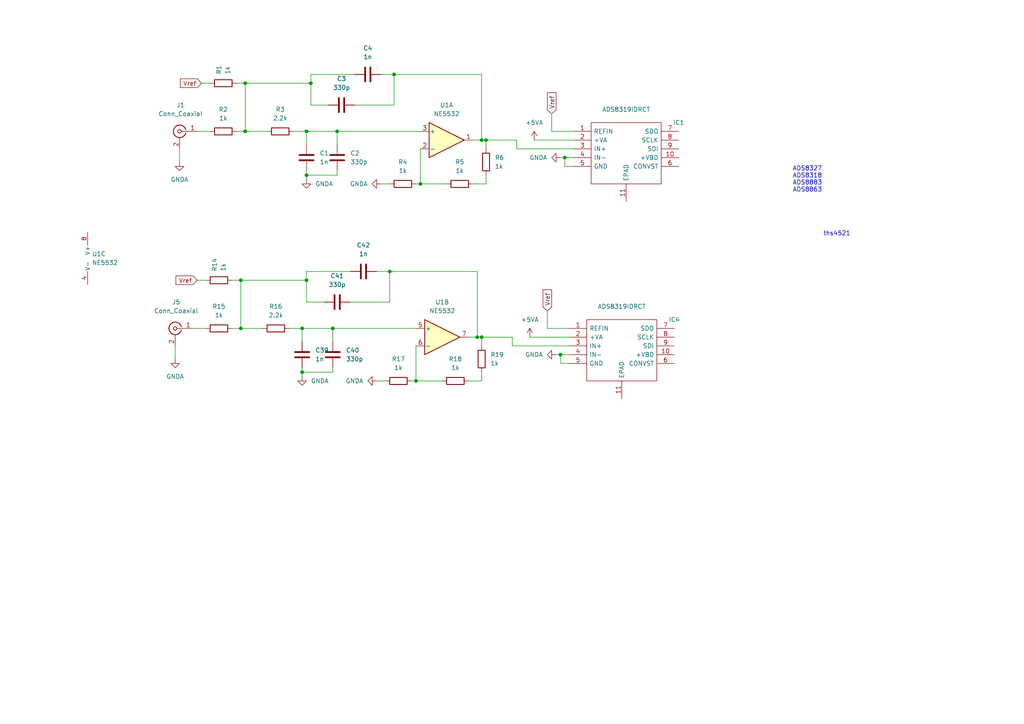
<source format=kicad_sch>
(kicad_sch (version 20211123) (generator eeschema)
  (paper "A4")
  (lib_symbols
    (symbol "Amplifier_Operational:NE5532" (pin_names (offset 0.127))
      (property "Reference" "U" (at 0 5.08 0))
      (property "Value" "NE5532" (at 0 -5.08 0))
      (symbol "NE5532_1_1"
        (polyline (pts (xy -5.08 5.08) (xy 5.08 0) (xy -5.08 -5.08) (xy -5.08 5.08)) (stroke (width 0.254)) (fill (type background)))
        (pin output line (at 7.62 0 180) (length 2.54) (name "~") (number "1"))
        (pin input line (at -7.62 -2.54 0) (length 2.54) (name "-") (number "2"))
        (pin input line (at -7.62 2.54 0) (length 2.54) (name "+") (number "3"))
      )
      (symbol "NE5532_2_1"
        (polyline (pts (xy -5.08 5.08) (xy 5.08 0) (xy -5.08 -5.08) (xy -5.08 5.08)) (stroke (width 0.254)) (fill (type background)))
        (pin input line (at -7.62 2.54 0) (length 2.54) (name "+") (number "5"))
        (pin input line (at -7.62 -2.54 0) (length 2.54) (name "-") (number "6"))
        (pin output line (at 7.62 0 180) (length 2.54) (name "~") (number "7"))
      )
      (symbol "NE5532_3_1"
        (pin power_in line (at -2.54 -7.62 90) (length 3.81) (name "V-") (number "4"))
        (pin power_in line (at -2.54 7.62 270) (length 3.81) (name "V+") (number "8"))
      )
    )
    (symbol "Connector:Conn_Coaxial" (pin_names (offset 1.016) hide)
      (property "Reference" "J" (at 0.254 3.048 0))
      (property "Value" "Conn_Coaxial" (at 2.921 0 90))
      (symbol "Conn_Coaxial_0_1"
        (arc (start -1.778 -0.508) (mid 0.2311 -1.8066) (end 1.778 0) (stroke (width 0.254)))
        (polyline (pts (xy -2.54 0) (xy -0.508 0)))
        (polyline (pts (xy 0 -2.54) (xy 0 -1.778)))
        (circle (center 0 0) (radius 0.508) (stroke (width 0.2032)))
        (arc (start 1.778 0) (mid 0.2099 1.8101) (end -1.778 0.508) (stroke (width 0.254)))
      )
      (symbol "Conn_Coaxial_1_1"
        (pin passive line (at -5.08 0 0) (length 2.54) (name "In") (number "1"))
        (pin passive line (at 0 -5.08 90) (length 2.54) (name "Ext") (number "2"))
      )
    )
    (symbol "Device:C" (pin_numbers hide) (pin_names (offset 0.254))
      (property "Reference" "C" (at 0.635 2.54 0))
      (property "Value" "C" (at 0.635 -2.54 0))
      (symbol "C_0_1"
        (polyline (pts (xy -2.032 -0.762) (xy 2.032 -0.762)) (stroke (width 0.508)))
        (polyline (pts (xy -2.032 0.762) (xy 2.032 0.762)) (stroke (width 0.508)))
      )
      (symbol "C_1_1"
        (pin passive line (at 0 3.81 270) (length 2.794) (name "~") (number "1"))
        (pin passive line (at 0 -3.81 90) (length 2.794) (name "~") (number "2"))
      )
    )
    (symbol "Device:R" (pin_numbers hide) (pin_names (offset 0))
      (property "Reference" "R" (at 2.032 0 90))
      (property "Value" "R" (at 0 0 90))
      (symbol "R_0_1"
        (rectangle (start -1.016 -2.54) (end 1.016 2.54) (stroke (width 0.254)))
      )
      (symbol "R_1_1"
        (pin passive line (at 0 3.81 270) (length 1.27) (name "~") (number "1"))
        (pin passive line (at 0 -3.81 90) (length 1.27) (name "~") (number "2"))
      )
    )
    (symbol "HanzhenCustomLib:ADS8319IDRCT" (pin_names (offset 0.762))
      (property "Reference" "U" (at -2.54 0 0))
      (property "Value" "ADS8319IDRCT" (at 21.59 -10.16 0))
      (symbol "ADS8319IDRCT_0_0"
        (pin passive line (at -15.24 5.08 0) (length 5.08) (name "REFIN") (number "1"))
        (pin passive line (at 15.24 -2.54 180) (length 5.08) (name "+VBD") (number "10"))
        (pin passive line (at 0 -15.24 90) (length 5.08) (name "EPAD") (number "11"))
        (pin passive line (at -15.24 2.54 0) (length 5.08) (name "+VA") (number "2"))
        (pin passive line (at -15.24 0 0) (length 5.08) (name "IN+") (number "3"))
        (pin passive line (at -15.24 -2.54 0) (length 5.08) (name "IN-") (number "4"))
        (pin passive line (at -15.24 -5.08 0) (length 5.08) (name "GND") (number "5"))
        (pin passive line (at 15.24 -5.08 180) (length 5.08) (name "CONVST") (number "6"))
        (pin passive line (at 15.24 5.08 180) (length 5.08) (name "SDO") (number "7"))
        (pin passive line (at 15.24 2.54 180) (length 5.08) (name "SCLK") (number "8"))
        (pin passive line (at 15.24 0 180) (length 5.08) (name "SDI") (number "9"))
      )
      (symbol "ADS8319IDRCT_0_1"
        (polyline (pts (xy -10.16 7.62) (xy 10.16 7.62) (xy 10.16 -10.16) (xy -10.16 -10.16) (xy -10.16 7.62)) (stroke (width 0.1524)))
      )
    )
    (symbol "power:+5VA" (power) (pin_names (offset 0))
      (property "Value" "+5VA" (at 0 3.556 0))
      (symbol "+5VA_0_1"
        (polyline (pts (xy -0.762 1.27) (xy 0 2.54)))
        (polyline (pts (xy 0 0) (xy 0 2.54)))
        (polyline (pts (xy 0 2.54) (xy 0.762 1.27)))
      )
      (symbol "+5VA_1_1"
        (pin power_in line (at 0 0 90) (length 0) hide (name "+5VA") (number "1"))
      )
    )
    (symbol "power:GNDA" (power) (pin_names (offset 0))
      (property "Value" "GNDA" (at 0 -3.81 0))
      (symbol "GNDA_0_1"
        (polyline (pts (xy 0 0) (xy 0 -1.27) (xy 1.27 -1.27) (xy 0 -2.54) (xy -1.27 -1.27) (xy 0 -1.27)))
      )
      (symbol "GNDA_1_1"
        (pin power_in line (at 0 0 270) (length 0) hide (name "GNDA") (number "1"))
      )
    )
  )
  (junction (at 96.52 95.25))
  (junction (at 162.56 102.87))
  (junction (at 87.63 107.95))
  (junction (at 87.63 95.25))
  (junction (at 139.7 40.64))
  (junction (at 163.83 45.72))
  (junction (at 121.92 53.34))
  (junction (at 90.17 24.13))
  (junction (at 114.3 21.59))
  (junction (at 69.85 81.28))
  (junction (at 138.43 97.79))
  (junction (at 139.7 97.79))
  (junction (at 120.65 110.49))
  (junction (at 69.85 95.25))
  (junction (at 88.9 38.1))
  (junction (at 113.03 78.74))
  (junction (at 88.9 81.28))
  (junction (at 140.97 40.64))
  (junction (at 71.12 38.1))
  (junction (at 97.79 38.1))
  (junction (at 71.12 24.13))
  (junction (at 88.9 50.8))
  (wire (pts (xy 69.85 81.28) (xy 67.31 81.28)))
  (wire (pts (xy 140.97 53.34) (xy 140.97 50.8)))
  (wire (pts (xy 110.49 21.59) (xy 114.3 21.59)))
  (wire (pts (xy 67.31 95.25) (xy 69.85 95.25)))
  (wire (pts (xy 149.86 40.64) (xy 149.86 43.18)))
  (wire (pts (xy 83.82 95.25) (xy 87.63 95.25)))
  (wire (pts (xy 114.3 21.59) (xy 139.7 21.59)))
  (wire (pts (xy 120.65 110.49) (xy 119.38 110.49)))
  (wire (pts (xy 97.79 50.8) (xy 88.9 50.8)))
  (wire (pts (xy 96.52 107.95) (xy 87.63 107.95)))
  (wire (pts (xy 113.03 53.34) (xy 110.49 53.34)))
  (wire (pts (xy 162.56 105.41) (xy 165.1 105.41)))
  (wire (pts (xy 121.92 43.18) (xy 121.92 53.34)))
  (wire (pts (xy 90.17 24.13) (xy 90.17 21.59)))
  (wire (pts (xy 139.7 40.64) (xy 140.97 40.64)))
  (wire (pts (xy 88.9 78.74) (xy 101.6 78.74)))
  (wire (pts (xy 139.7 97.79) (xy 148.59 97.79)))
  (wire (pts (xy 88.9 41.91) (xy 88.9 38.1)))
  (wire (pts (xy 138.43 78.74) (xy 138.43 97.79)))
  (wire (pts (xy 113.03 78.74) (xy 138.43 78.74)))
  (wire (pts (xy 158.75 95.25) (xy 165.1 95.25)))
  (wire (pts (xy 96.52 95.25) (xy 96.52 99.06)))
  (wire (pts (xy 138.43 97.79) (xy 139.7 97.79)))
  (wire (pts (xy 113.03 87.63) (xy 113.03 78.74)))
  (wire (pts (xy 139.7 100.33) (xy 139.7 97.79)))
  (wire (pts (xy 135.89 110.49) (xy 139.7 110.49)))
  (wire (pts (xy 88.9 52.07) (xy 88.9 50.8)))
  (wire (pts (xy 163.83 45.72) (xy 163.83 48.26)))
  (wire (pts (xy 88.9 50.8) (xy 88.9 49.53)))
  (wire (pts (xy 163.83 45.72) (xy 166.37 45.72)))
  (wire (pts (xy 135.89 97.79) (xy 138.43 97.79)))
  (wire (pts (xy 52.07 43.18) (xy 52.07 46.99)))
  (wire (pts (xy 71.12 24.13) (xy 68.58 24.13)))
  (wire (pts (xy 88.9 81.28) (xy 88.9 78.74)))
  (wire (pts (xy 114.3 30.48) (xy 114.3 21.59)))
  (wire (pts (xy 166.37 40.64) (xy 154.94 40.64)))
  (wire (pts (xy 160.02 33.02) (xy 160.02 38.1)))
  (wire (pts (xy 97.79 38.1) (xy 97.79 41.91)))
  (wire (pts (xy 139.7 21.59) (xy 139.7 40.64)))
  (wire (pts (xy 111.76 110.49) (xy 109.22 110.49)))
  (wire (pts (xy 120.65 110.49) (xy 128.27 110.49)))
  (wire (pts (xy 109.22 78.74) (xy 113.03 78.74)))
  (wire (pts (xy 96.52 106.68) (xy 96.52 107.95)))
  (wire (pts (xy 59.69 81.28) (xy 57.15 81.28)))
  (wire (pts (xy 69.85 81.28) (xy 88.9 81.28)))
  (wire (pts (xy 121.92 53.34) (xy 120.65 53.34)))
  (wire (pts (xy 120.65 100.33) (xy 120.65 110.49)))
  (wire (pts (xy 60.96 24.13) (xy 58.42 24.13)))
  (wire (pts (xy 90.17 21.59) (xy 102.87 21.59)))
  (wire (pts (xy 50.8 100.33) (xy 50.8 104.14)))
  (wire (pts (xy 163.83 48.26) (xy 166.37 48.26)))
  (wire (pts (xy 90.17 30.48) (xy 95.25 30.48)))
  (wire (pts (xy 97.79 38.1) (xy 121.92 38.1)))
  (wire (pts (xy 97.79 49.53) (xy 97.79 50.8)))
  (wire (pts (xy 69.85 95.25) (xy 76.2 95.25)))
  (wire (pts (xy 158.75 90.17) (xy 158.75 95.25)))
  (wire (pts (xy 149.86 43.18) (xy 166.37 43.18)))
  (wire (pts (xy 137.16 40.64) (xy 139.7 40.64)))
  (wire (pts (xy 101.6 87.63) (xy 113.03 87.63)))
  (wire (pts (xy 165.1 97.79) (xy 153.67 97.79)))
  (wire (pts (xy 55.88 95.25) (xy 59.69 95.25)))
  (wire (pts (xy 69.85 81.28) (xy 69.85 95.25)))
  (wire (pts (xy 87.63 95.25) (xy 96.52 95.25)))
  (wire (pts (xy 140.97 43.18) (xy 140.97 40.64)))
  (wire (pts (xy 87.63 107.95) (xy 87.63 106.68)))
  (wire (pts (xy 87.63 99.06) (xy 87.63 95.25)))
  (wire (pts (xy 162.56 102.87) (xy 162.56 105.41)))
  (wire (pts (xy 90.17 24.13) (xy 90.17 30.48)))
  (wire (pts (xy 121.92 53.34) (xy 129.54 53.34)))
  (wire (pts (xy 137.16 53.34) (xy 140.97 53.34)))
  (wire (pts (xy 88.9 38.1) (xy 97.79 38.1)))
  (wire (pts (xy 71.12 38.1) (xy 77.47 38.1)))
  (wire (pts (xy 102.87 30.48) (xy 114.3 30.48)))
  (wire (pts (xy 96.52 95.25) (xy 120.65 95.25)))
  (wire (pts (xy 87.63 109.22) (xy 87.63 107.95)))
  (wire (pts (xy 139.7 110.49) (xy 139.7 107.95)))
  (wire (pts (xy 88.9 87.63) (xy 93.98 87.63)))
  (wire (pts (xy 88.9 81.28) (xy 88.9 87.63)))
  (wire (pts (xy 161.29 102.87) (xy 162.56 102.87)))
  (wire (pts (xy 85.09 38.1) (xy 88.9 38.1)))
  (wire (pts (xy 148.59 100.33) (xy 165.1 100.33)))
  (wire (pts (xy 162.56 102.87) (xy 165.1 102.87)))
  (wire (pts (xy 57.15 38.1) (xy 60.96 38.1)))
  (wire (pts (xy 68.58 38.1) (xy 71.12 38.1)))
  (wire (pts (xy 140.97 40.64) (xy 149.86 40.64)))
  (wire (pts (xy 71.12 24.13) (xy 71.12 38.1)))
  (wire (pts (xy 160.02 38.1) (xy 166.37 38.1)))
  (wire (pts (xy 71.12 24.13) (xy 90.17 24.13)))
  (wire (pts (xy 148.59 97.79) (xy 148.59 100.33)))
  (wire (pts (xy 162.56 45.72) (xy 163.83 45.72)))
  (text "ths4521\n" (at 238.76 68.58 0) (effects (font (size 1.27 1.27)) (justify left bottom)))
  (text "ADS8327 \nADS8318 \nADS8883\nADS8863\n" (at 229.87 55.88 0) (effects (font (size 1.27 1.27)) (justify left bottom)))
  (global_label "Vref" (shape input) (at 160.02 33.02 90) (property "Intersheet References" "${INTERSHEET_REFS}" (effects hide)))
  (global_label "Vref" (shape input) (at 58.42 24.13 180) (property "Intersheet References" "${INTERSHEET_REFS}" (effects hide)))
  (global_label "Vref" (shape input) (at 57.15 81.28 180) (property "Intersheet References" "${INTERSHEET_REFS}" (effects hide)))
  (global_label "Vref" (shape input) (at 158.75 90.17 90) (property "Intersheet References" "${INTERSHEET_REFS}" (effects hide)))
  (symbol (lib_id "Amplifier_Operational:NE5532") (at 129.54 40.64 0) (unit 1)
    (property "Reference" "U1" (at 129.54 30.48 0))
    (property "Value" "NE5532" (at 129.54 33.02 0))
    (property "Footprint" "Package_SO:SOIC-8_3.9x4.9mm_P1.27mm" (effects hide))
    (property "Datasheet" "http://www.ti.com/lit/ds/symlink/ne5532.pdf" (effects hide))
  )
  (symbol (lib_id "Device:C") (at 88.9 45.72 0) (unit 1)
    (property "Reference" "C1" (at 92.71 44.4499 0) (effects (justify left)))
    (property "Value" "1n" (at 92.71 46.9899 0) (effects (justify left)))
    (property "Footprint" "Capacitor_SMD:C_0805_2012Metric" (effects hide))
  )
  (symbol (lib_id "Device:C") (at 96.52 102.87 0) (unit 1)
    (property "Reference" "C40" (at 100.33 101.5999 0) (effects (justify left)))
    (property "Value" "330p" (at 100.33 104.1399 0) (effects (justify left)))
    (property "Footprint" "Capacitor_SMD:C_0805_2012Metric" (effects hide))
  )
  (symbol (lib_id "power:+5VA") (at 154.94 40.64 0) (unit 1)
    (property "Reference" "#PWR0102" (effects hide))
    (property "Value" "+5VA" (at 154.94 35.56 0))
  )
  (symbol (lib_id "Device:R") (at 116.84 53.34 270) (unit 1)
    (property "Reference" "R4" (at 116.84 46.99 90))
    (property "Value" "1k" (at 116.84 49.53 90))
    (property "Footprint" "Resistor_SMD:R_0805_2012Metric" (effects hide))
  )
  (symbol (lib_id "Device:R") (at 140.97 46.99 180) (unit 1)
    (property "Reference" "R6" (at 143.51 45.7199 0) (effects (justify right)))
    (property "Value" "1k" (at 143.51 48.2599 0) (effects (justify right)))
    (property "Footprint" "Resistor_SMD:R_0805_2012Metric" (effects hide))
  )
  (symbol (lib_id "power:GNDA") (at 88.9 52.07 0) (unit 1)
    (property "Reference" "#PWR0103" (effects hide))
    (property "Value" "GNDA" (at 91.44 53.3399 0) (effects (justify left)))
  )
  (symbol (lib_id "Device:C") (at 105.41 78.74 90) (unit 1)
    (property "Reference" "C42" (at 105.41 71.12 90))
    (property "Value" "1n" (at 105.41 73.66 90))
    (property "Footprint" "Capacitor_SMD:C_0805_2012Metric" (effects hide))
  )
  (symbol (lib_id "power:GNDA") (at 162.56 45.72 270) (unit 1)
    (property "Reference" "#PWR0101" (effects hide))
    (property "Value" "GNDA" (at 158.75 45.7199 90) (effects (justify right)))
  )
  (symbol (lib_id "Device:R") (at 133.35 53.34 270) (unit 1)
    (property "Reference" "R5" (at 133.35 46.99 90))
    (property "Value" "1k" (at 133.35 49.53 90))
    (property "Footprint" "Resistor_SMD:R_0805_2012Metric" (effects hide))
  )
  (symbol (lib_id "Connector:Conn_Coaxial") (at 50.8 95.25 0) (mirror y) (unit 1)
    (property "Reference" "J5" (at 51.1174 87.63 0))
    (property "Value" "Conn_Coaxial" (at 51.1174 90.17 0))
    (property "Footprint" "Connector_Coaxial:SMA_Amphenol_132134_Vertical" (effects hide))
    (property "Datasheet" " ~" (effects hide))
  )
  (symbol (lib_id "power:GNDA") (at 50.8 104.14 0) (unit 1)
    (property "Reference" "#PWR0126" (effects hide))
    (property "Value" "GNDA" (at 50.8 109.22 0))
  )
  (symbol (lib_id "Device:R") (at 139.7 104.14 180) (unit 1)
    (property "Reference" "R19" (at 142.24 102.8699 0) (effects (justify right)))
    (property "Value" "1k" (at 142.24 105.4099 0) (effects (justify right)))
    (property "Footprint" "Resistor_SMD:R_0805_2012Metric" (effects hide))
  )
  (symbol (lib_id "Connector:Conn_Coaxial") (at 52.07 38.1 0) (mirror y) (unit 1)
    (property "Reference" "J1" (at 52.3874 30.48 0))
    (property "Value" "Conn_Coaxial" (at 52.3874 33.02 0))
    (property "Footprint" "Connector_Coaxial:SMA_Amphenol_132134_Vertical" (effects hide))
    (property "Datasheet" " ~" (effects hide))
  )
  (symbol (lib_id "power:+5VA") (at 153.67 97.79 0) (unit 1)
    (property "Reference" "#PWR0129" (effects hide))
    (property "Value" "+5VA" (at 153.67 92.71 0))
  )
  (symbol (lib_id "Device:R") (at 81.28 38.1 270) (unit 1)
    (property "Reference" "R3" (at 81.28 31.75 90))
    (property "Value" "2.2k" (at 81.28 34.29 90))
    (property "Footprint" "Resistor_SMD:R_0805_2012Metric" (effects hide))
  )
  (symbol (lib_id "Device:R") (at 115.57 110.49 270) (unit 1)
    (property "Reference" "R17" (at 115.57 104.14 90))
    (property "Value" "1k" (at 115.57 106.68 90))
    (property "Footprint" "Resistor_SMD:R_0805_2012Metric" (effects hide))
  )
  (symbol (lib_id "Device:C") (at 87.63 102.87 0) (unit 1)
    (property "Reference" "C39" (at 91.44 101.5999 0) (effects (justify left)))
    (property "Value" "1n" (at 91.44 104.1399 0) (effects (justify left)))
    (property "Footprint" "Capacitor_SMD:C_0805_2012Metric" (effects hide))
  )
  (symbol (lib_id "Device:C") (at 99.06 30.48 90) (unit 1)
    (property "Reference" "C3" (at 99.06 22.86 90))
    (property "Value" "330p" (at 99.06 25.4 90))
    (property "Footprint" "Capacitor_SMD:C_0805_2012Metric" (effects hide))
  )
  (symbol (lib_id "Amplifier_Operational:NE5532") (at 27.94 74.93 0) (unit 3)
    (property "Reference" "U1" (at 26.67 73.6599 0) (effects (justify left)))
    (property "Value" "NE5532" (at 26.67 76.1999 0) (effects (justify left)))
    (property "Footprint" "Package_SO:SOIC-8_3.9x4.9mm_P1.27mm" (effects hide))
    (property "Datasheet" "http://www.ti.com/lit/ds/symlink/ne5532.pdf" (effects hide))
  )
  (symbol (lib_id "Device:R") (at 132.08 110.49 270) (unit 1)
    (property "Reference" "R18" (at 132.08 104.14 90))
    (property "Value" "1k" (at 132.08 106.68 90))
    (property "Footprint" "Resistor_SMD:R_0805_2012Metric" (effects hide))
  )
  (symbol (lib_id "Device:R") (at 63.5 81.28 270) (unit 1)
    (property "Reference" "R14" (at 62.2299 78.74 0) (effects (justify right)))
    (property "Value" "1k" (at 64.7699 78.74 0) (effects (justify right)))
    (property "Footprint" "Resistor_SMD:R_0805_2012Metric" (effects hide))
  )
  (symbol (lib_id "Device:R") (at 64.77 24.13 270) (unit 1)
    (property "Reference" "R1" (at 63.4999 21.59 0) (effects (justify right)))
    (property "Value" "1k" (at 66.0399 21.59 0) (effects (justify right)))
    (property "Footprint" "Resistor_SMD:R_0805_2012Metric" (effects hide))
  )
  (symbol (lib_id "Device:R") (at 80.01 95.25 270) (unit 1)
    (property "Reference" "R16" (at 80.01 88.9 90))
    (property "Value" "2.2k" (at 80.01 91.44 90))
    (property "Footprint" "Resistor_SMD:R_0805_2012Metric" (effects hide))
  )
  (symbol (lib_id "power:GNDA") (at 110.49 53.34 270) (unit 1)
    (property "Reference" "#PWR0104" (effects hide))
    (property "Value" "GNDA" (at 106.68 53.3399 90) (effects (justify right)))
  )
  (symbol (lib_id "Device:C") (at 97.79 87.63 90) (unit 1)
    (property "Reference" "C41" (at 97.79 80.01 90))
    (property "Value" "330p" (at 97.79 82.55 90))
    (property "Footprint" "Capacitor_SMD:C_0805_2012Metric" (effects hide))
  )
  (symbol (lib_id "Device:R") (at 63.5 95.25 270) (unit 1)
    (property "Reference" "R15" (at 63.5 88.9 90))
    (property "Value" "1k" (at 63.5 91.44 90))
    (property "Footprint" "Resistor_SMD:R_0805_2012Metric" (effects hide))
  )
  (symbol (lib_id "Device:C") (at 106.68 21.59 90) (unit 1)
    (property "Reference" "C4" (at 106.68 13.97 90))
    (property "Value" "1n" (at 106.68 16.51 90))
    (property "Footprint" "Capacitor_SMD:C_0805_2012Metric" (effects hide))
  )
  (symbol (lib_id "Amplifier_Operational:NE5532") (at 128.27 97.79 0) (unit 2)
    (property "Reference" "U1" (at 128.27 87.63 0))
    (property "Value" "NE5532" (at 128.27 90.17 0))
    (property "Footprint" "Package_SO:SOIC-8_3.9x4.9mm_P1.27mm" (effects hide))
    (property "Datasheet" "http://www.ti.com/lit/ds/symlink/ne5532.pdf" (effects hide))
  )
  (symbol (lib_id "Device:R") (at 64.77 38.1 270) (unit 1)
    (property "Reference" "R2" (at 64.77 31.75 90))
    (property "Value" "1k" (at 64.77 34.29 90))
    (property "Footprint" "Resistor_SMD:R_0805_2012Metric" (effects hide))
  )
  (symbol (lib_id "power:GNDA") (at 161.29 102.87 270) (unit 1)
    (property "Reference" "#PWR0128" (effects hide))
    (property "Value" "GNDA" (at 157.48 102.8699 90) (effects (justify right)))
  )
  (symbol (lib_id "HanzhenCustomLib:ADS8319IDRCT") (at 180.34 100.33 0) (unit 1)
    (property "Reference" "IC4" (at 195.58 92.71 0))
    (property "Value" "ADS8319IDRCT" (at 180.34 88.9 0))
    (property "Footprint" "SON50P300X300X100-11N" (effects hide))
    (property "Datasheet" "http://www.ti.com/lit/gpn/ads8319" (effects hide))
    (property "Description" "Precision 16-Bit SAR Analog-to-Digital Converter (ADC) With SPI Interface" (effects hide))
    (property "Mouser Part Number" "595-ADS8319IDRCT" (effects hide))
    (property "Mouser Price/Stock" "https://www.mouser.com/Search/Refine.aspx?Keyword=595-ADS8319IDRCT" (effects hide))
    (property "Manufacturer_Name" "Texas Instruments" (effects hide))
    (property "Manufacturer_Part_Number" "ADS8319IDRCT" (effects hide))
  )
  (symbol (lib_id "power:GNDA") (at 109.22 110.49 270) (unit 1)
    (property "Reference" "#PWR0130" (effects hide))
    (property "Value" "GNDA" (at 105.41 110.4899 90) (effects (justify right)))
  )
  (symbol (lib_id "power:GNDA") (at 87.63 109.22 0) (unit 1)
    (property "Reference" "#PWR0127" (effects hide))
    (property "Value" "GNDA" (at 90.17 110.4899 0) (effects (justify left)))
  )
  (symbol (lib_id "Device:C") (at 97.79 45.72 0) (unit 1)
    (property "Reference" "C2" (at 101.6 44.4499 0) (effects (justify left)))
    (property "Value" "330p" (at 101.6 46.9899 0) (effects (justify left)))
    (property "Footprint" "Capacitor_SMD:C_0805_2012Metric" (effects hide))
  )
  (symbol (lib_id "power:GNDA") (at 52.07 46.99 0) (unit 1)
    (property "Reference" "#PWR0105" (effects hide))
    (property "Value" "GNDA" (at 52.07 52.07 0))
  )
  (symbol (lib_id "HanzhenCustomLib:ADS8319IDRCT") (at 181.61 43.18 0) (unit 1)
    (property "Reference" "IC1" (at 196.85 35.56 0))
    (property "Value" "ADS8319IDRCT" (at 181.61 31.75 0))
    (property "Footprint" "SON50P300X300X100-11N" (effects hide))
    (property "Datasheet" "http://www.ti.com/lit/gpn/ads8319" (effects hide))
    (property "Description" "Precision 16-Bit SAR Analog-to-Digital Converter (ADC) With SPI Interface" (effects hide))
    (property "Mouser Part Number" "595-ADS8319IDRCT" (effects hide))
    (property "Mouser Price/Stock" "https://www.mouser.com/Search/Refine.aspx?Keyword=595-ADS8319IDRCT" (effects hide))
    (property "Manufacturer_Name" "Texas Instruments" (effects hide))
    (property "Manufacturer_Part_Number" "ADS8319IDRCT" (effects hide))
  )
)
</source>
